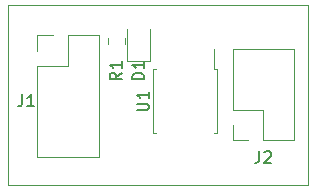
<source format=gto>
G04 #@! TF.GenerationSoftware,KiCad,Pcbnew,(5.1.4)-1*
G04 #@! TF.CreationDate,2019-11-10T12:02:18+06:00*
G04 #@! TF.ProjectId,kicad_spi_nor_opi,6b696361-645f-4737-9069-5f6e6f725f6f,rev?*
G04 #@! TF.SameCoordinates,Original*
G04 #@! TF.FileFunction,Legend,Top*
G04 #@! TF.FilePolarity,Positive*
%FSLAX46Y46*%
G04 Gerber Fmt 4.6, Leading zero omitted, Abs format (unit mm)*
G04 Created by KiCad (PCBNEW (5.1.4)-1) date 2019-11-10 12:02:18*
%MOMM*%
%LPD*%
G04 APERTURE LIST*
%ADD10C,0.120000*%
%ADD11C,0.150000*%
G04 APERTURE END LIST*
D10*
X101600000Y-104140000D02*
X76200000Y-104140000D01*
X101600000Y-119380000D02*
X101600000Y-104140000D01*
X76200000Y-119380000D02*
X101600000Y-119380000D01*
X76200000Y-104140000D02*
X76200000Y-119380000D01*
X96520000Y-115630000D02*
X95190000Y-115630000D01*
X95190000Y-115630000D02*
X95190000Y-114300000D01*
X97790000Y-115630000D02*
X97790000Y-113030000D01*
X97790000Y-113030000D02*
X95190000Y-113030000D01*
X95190000Y-113030000D02*
X95190000Y-107890000D01*
X100390000Y-107890000D02*
X95190000Y-107890000D01*
X100390000Y-115630000D02*
X100390000Y-107890000D01*
X100390000Y-115630000D02*
X97790000Y-115630000D01*
X78664760Y-106726680D02*
X79994760Y-106726680D01*
X78664760Y-108056680D02*
X78664760Y-106726680D01*
X81264760Y-106726680D02*
X83864760Y-106726680D01*
X81264760Y-109326680D02*
X81264760Y-106726680D01*
X78664760Y-109326680D02*
X81264760Y-109326680D01*
X83864760Y-106726680D02*
X83864760Y-117006680D01*
X78664760Y-109326680D02*
X78664760Y-117006680D01*
X78664760Y-117006680D02*
X83864760Y-117006680D01*
X88209000Y-108873000D02*
X88209000Y-106188000D01*
X86289000Y-108873000D02*
X88209000Y-108873000D01*
X86289000Y-106188000D02*
X86289000Y-108873000D01*
X93651000Y-109587000D02*
X93651000Y-107912000D01*
X93911000Y-109587000D02*
X93651000Y-109587000D01*
X93911000Y-112312000D02*
X93911000Y-109587000D01*
X93911000Y-115037000D02*
X93651000Y-115037000D01*
X93911000Y-112312000D02*
X93911000Y-115037000D01*
X88461000Y-109587000D02*
X88721000Y-109587000D01*
X88461000Y-112312000D02*
X88461000Y-109587000D01*
X88461000Y-115037000D02*
X88721000Y-115037000D01*
X88461000Y-112312000D02*
X88461000Y-115037000D01*
X84634000Y-106929422D02*
X84634000Y-107446578D01*
X86054000Y-106929422D02*
X86054000Y-107446578D01*
D11*
X97456666Y-116522380D02*
X97456666Y-117236666D01*
X97409047Y-117379523D01*
X97313809Y-117474761D01*
X97170952Y-117522380D01*
X97075714Y-117522380D01*
X97885238Y-116617619D02*
X97932857Y-116570000D01*
X98028095Y-116522380D01*
X98266190Y-116522380D01*
X98361428Y-116570000D01*
X98409047Y-116617619D01*
X98456666Y-116712857D01*
X98456666Y-116808095D01*
X98409047Y-116950952D01*
X97837619Y-117522380D01*
X98456666Y-117522380D01*
X77390666Y-111720380D02*
X77390666Y-112434666D01*
X77343047Y-112577523D01*
X77247809Y-112672761D01*
X77104952Y-112720380D01*
X77009714Y-112720380D01*
X78390666Y-112720380D02*
X77819238Y-112720380D01*
X78104952Y-112720380D02*
X78104952Y-111720380D01*
X78009714Y-111863238D01*
X77914476Y-111958476D01*
X77819238Y-112006095D01*
X87701380Y-110466095D02*
X86701380Y-110466095D01*
X86701380Y-110228000D01*
X86749000Y-110085142D01*
X86844238Y-109989904D01*
X86939476Y-109942285D01*
X87129952Y-109894666D01*
X87272809Y-109894666D01*
X87463285Y-109942285D01*
X87558523Y-109989904D01*
X87653761Y-110085142D01*
X87701380Y-110228000D01*
X87701380Y-110466095D01*
X87701380Y-108942285D02*
X87701380Y-109513714D01*
X87701380Y-109228000D02*
X86701380Y-109228000D01*
X86844238Y-109323238D01*
X86939476Y-109418476D01*
X86987095Y-109513714D01*
X87082380Y-113073904D02*
X87891904Y-113073904D01*
X87987142Y-113026285D01*
X88034761Y-112978666D01*
X88082380Y-112883428D01*
X88082380Y-112692952D01*
X88034761Y-112597714D01*
X87987142Y-112550095D01*
X87891904Y-112502476D01*
X87082380Y-112502476D01*
X88082380Y-111502476D02*
X88082380Y-112073904D01*
X88082380Y-111788190D02*
X87082380Y-111788190D01*
X87225238Y-111883428D01*
X87320476Y-111978666D01*
X87368095Y-112073904D01*
X85796380Y-109894666D02*
X85320190Y-110228000D01*
X85796380Y-110466095D02*
X84796380Y-110466095D01*
X84796380Y-110085142D01*
X84844000Y-109989904D01*
X84891619Y-109942285D01*
X84986857Y-109894666D01*
X85129714Y-109894666D01*
X85224952Y-109942285D01*
X85272571Y-109989904D01*
X85320190Y-110085142D01*
X85320190Y-110466095D01*
X85796380Y-108942285D02*
X85796380Y-109513714D01*
X85796380Y-109228000D02*
X84796380Y-109228000D01*
X84939238Y-109323238D01*
X85034476Y-109418476D01*
X85082095Y-109513714D01*
M02*

</source>
